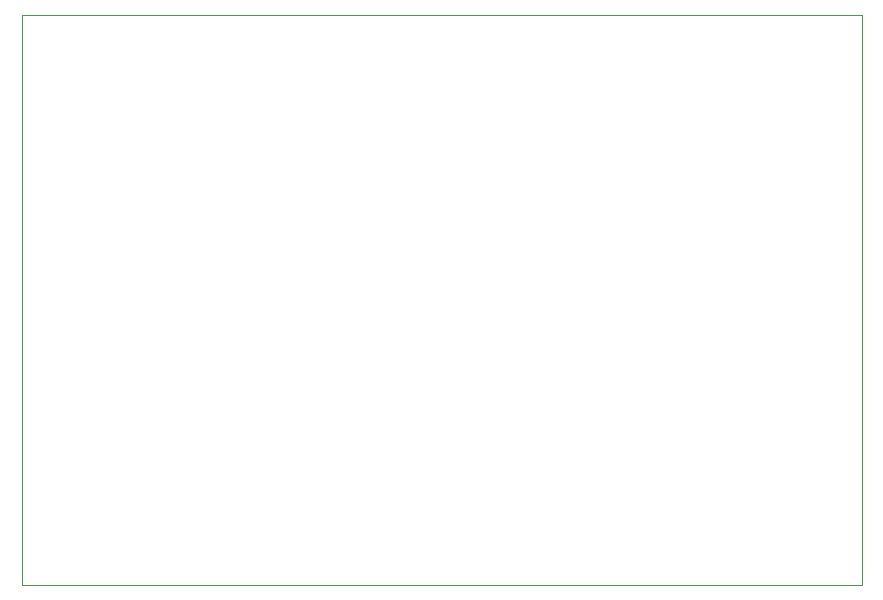
<source format=gm1>
%TF.GenerationSoftware,KiCad,Pcbnew,7.0.8*%
%TF.CreationDate,2023-10-07T23:49:35-07:00*%
%TF.ProjectId,htpm_control_module_status,6874706d-5f63-46f6-9e74-726f6c5f6d6f,1*%
%TF.SameCoordinates,Original*%
%TF.FileFunction,Profile,NP*%
%FSLAX46Y46*%
G04 Gerber Fmt 4.6, Leading zero omitted, Abs format (unit mm)*
G04 Created by KiCad (PCBNEW 7.0.8) date 2023-10-07 23:49:35*
%MOMM*%
%LPD*%
G01*
G04 APERTURE LIST*
%TA.AperFunction,Profile*%
%ADD10C,0.100000*%
%TD*%
G04 APERTURE END LIST*
D10*
X104120000Y-68580000D02*
X175240000Y-68580000D01*
X175240000Y-116840000D01*
X104120000Y-116840000D01*
X104120000Y-68580000D01*
M02*

</source>
